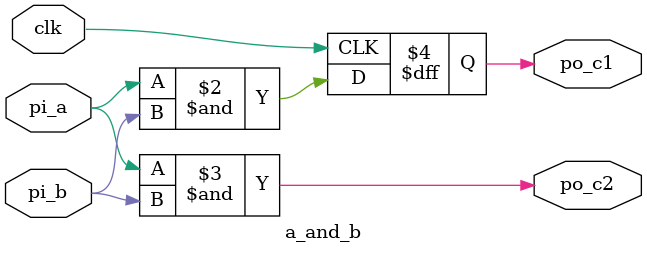
<source format=v>
module a_and_b(
    input   wire        clk,
    input   wire        pi_a,
    input   wire        pi_b,
    output  reg         po_c1,
    output  wire        po_c2
);
// 当使用always时触发列表中是由posedge或negedge触发的，使用非阻塞赋值 <=
// 使用assign语句必须用阻塞赋值

always @(posedge clk)begin
    po_c1 <= pi_a & pi_b;
end

assign po_c2 = pi_a & pi_b;


endmodule
</source>
